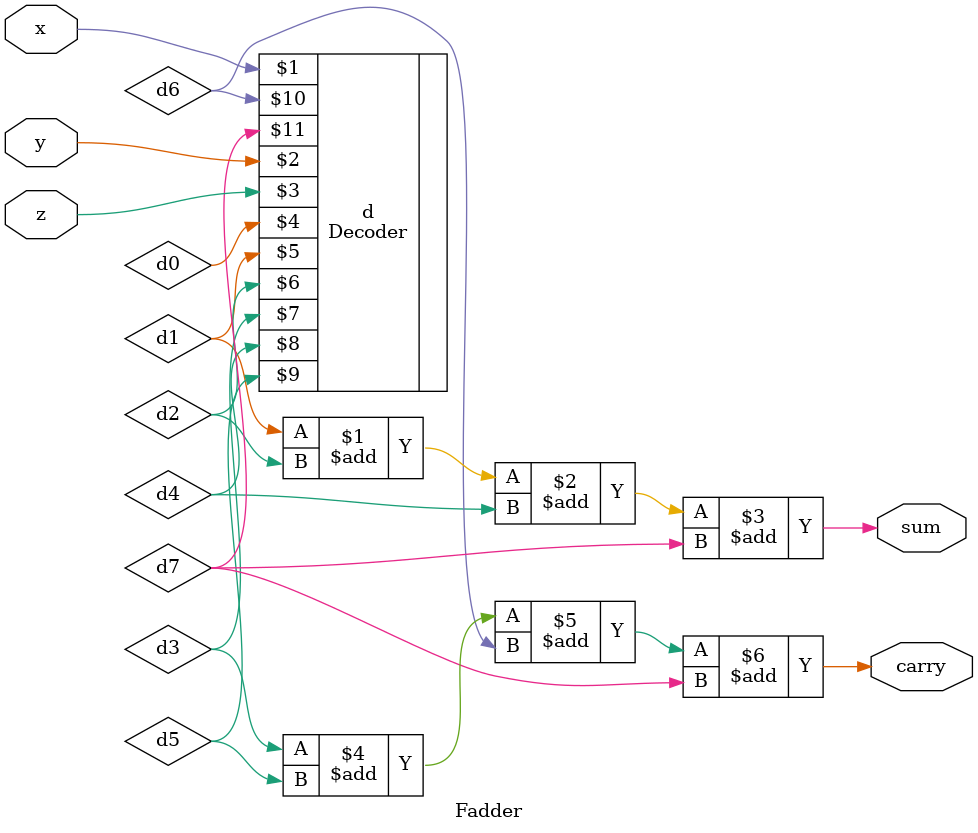
<source format=v>
`include "Decoder.v"

module Fadder(x,y,z,sum,carry);
input x,y,z;
output sum,carry;
wire d0,d1,d2,d3,d4,d5,d6,d7;

Decoder d(x,y,z,d0,d1,d2,d3,d4,d5,d6,d7);

assign sum=d1+d2+d4+d7,
       carry=d3+d5+d6+d7;

endmodule
</source>
